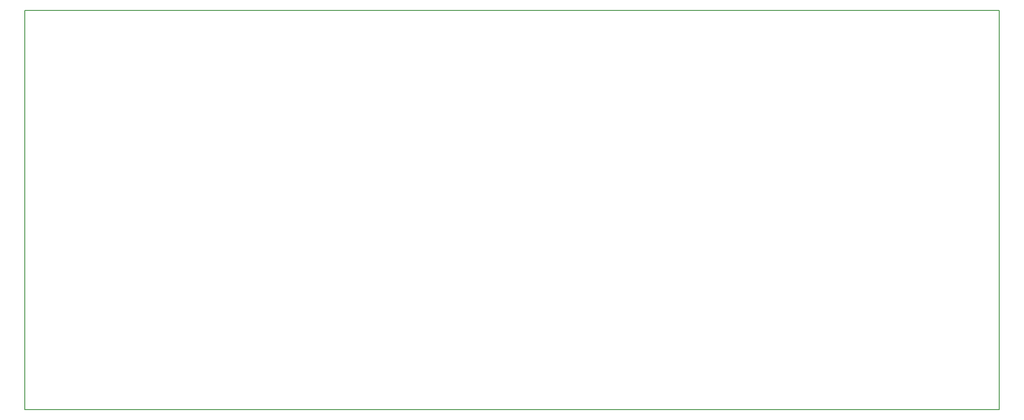
<source format=gm1>
G04 MADE WITH FRITZING*
G04 WWW.FRITZING.ORG*
G04 DOUBLE SIDED*
G04 HOLES PLATED*
G04 CONTOUR ON CENTER OF CONTOUR VECTOR*
%ASAXBY*%
%FSLAX23Y23*%
%MOIN*%
%OFA0B0*%
%SFA1.0B1.0*%
%ADD10R,7.480320X3.070870*%
%ADD11C,0.008000*%
%ADD10C,0.008*%
%LNCONTOUR*%
G90*
G70*
G54D10*
G54D11*
X4Y3067D02*
X7476Y3067D01*
X7476Y4D01*
X4Y4D01*
X4Y3067D01*
D02*
G04 End of contour*
M02*
</source>
